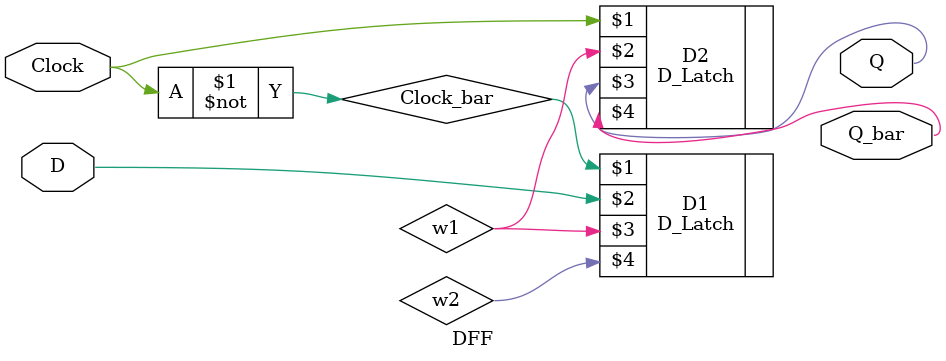
<source format=v>
module DFF(D,Clock,Q,Q_bar);
	input D,Clock;
	output Q,Q_bar;
	wire w1,w2,Clock_bar,D_bar;
	not not1(Clock_bar,Clock);
	D_Latch D1(Clock_bar,D,w1,w2);
	D_Latch D2(Clock,w1,Q,Q_bar);
endmodule

</source>
